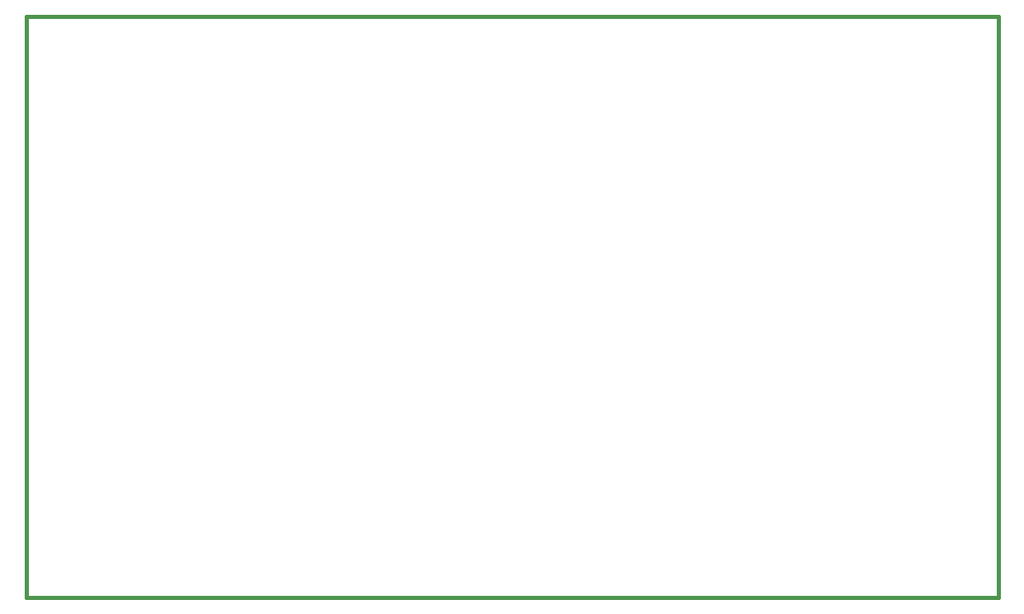
<source format=gbr>
G04 (created by PCBNEW-RS274X (2012-03-17 BZR 3466)-stable) date Mon 10 Dec 2012 10:26:00 PM EST*
G01*
G70*
G90*
%MOIN*%
G04 Gerber Fmt 3.4, Leading zero omitted, Abs format*
%FSLAX34Y34*%
G04 APERTURE LIST*
%ADD10C,0.006000*%
%ADD11C,0.015000*%
G04 APERTURE END LIST*
G54D10*
G54D11*
X00000Y-23500D02*
X39300Y-23500D01*
X00000Y00000D02*
X39300Y00000D01*
X00000Y-23500D02*
X00000Y00000D01*
X39300Y00000D02*
X39300Y-23500D01*
M02*

</source>
